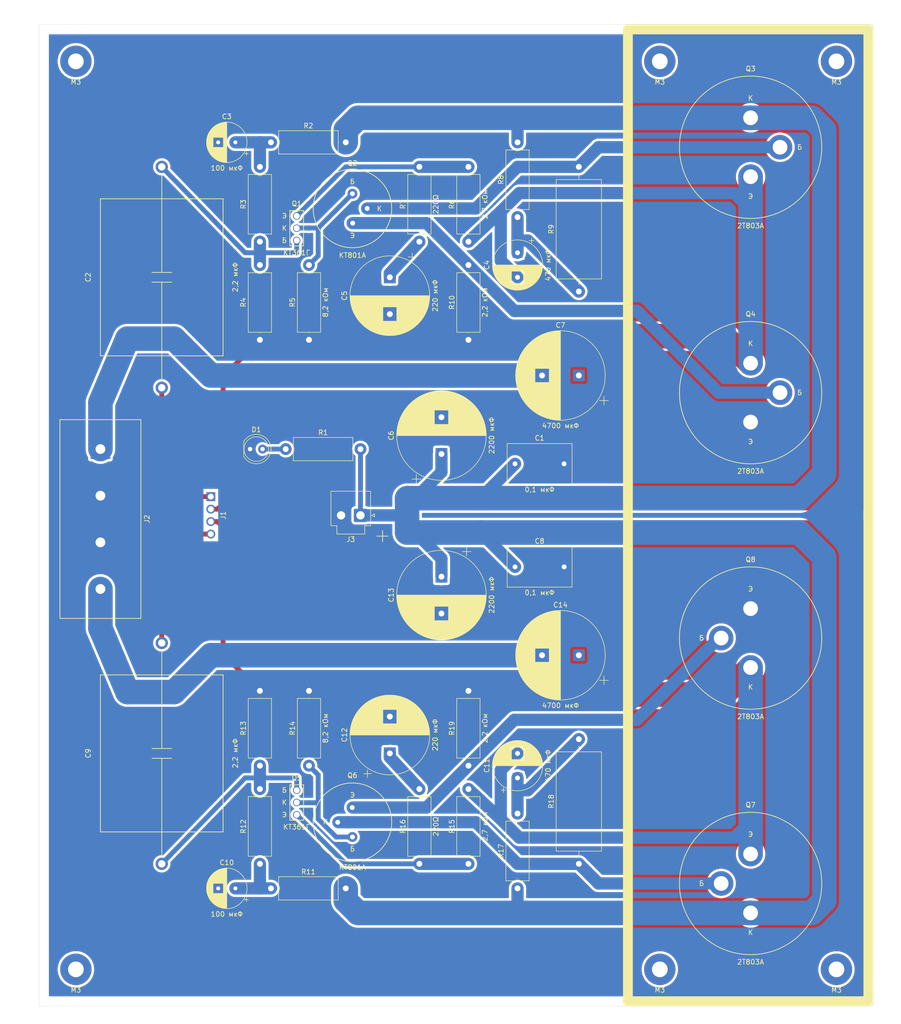
<source format=kicad_pcb>
(kicad_pcb (version 20171130) (host pcbnew "(5.1.2)-2")
  (title_block (title "Усилитель JLH") (date 2019-07-16))
  (layers (0 F.Cu signal) (31 B.Cu signal) (34 B.Paste user) (35 F.Paste user) (36 B.SilkS user) (37 F.SilkS user) (38 B.Mask user) (39 F.Mask user) (44 Edge.Cuts user))
  (net 0 "")
  (net 1 "Net-(Q1-Pad2)")
  (net 2 "Net-(Q2-Pad3)")
  (net 3 "Net-(Q2-Pad2)")
  (net 4 GND)
  (net 5 "Net-(C4-Pad1)")
  (net 6 "Net-(Q1-Pad1)")
  (net 7 "Net-(C3-Pad1)")
  (net 8 "/Левый канал/VCC")
  (net 9 "/Левый канал/IN+")
  (net 10 "Net-(C2-Pad2)")
  (net 11 "Net-(C4-Pad2)")
  (net 12 "Net-(C5-Pad1)")
  (net 13 "/Левый канал/OUT+")
  (net 14 "/Правый канал/IN+")
  (net 15 "/Правый канал/OUT+")
  (net 16 "Net-(C9-Pad2)")
  (net 17 "Net-(C10-Pad1)")
  (net 18 "Net-(C11-Pad1)")
  (net 19 "Net-(C11-Pad2)")
  (net 20 "Net-(C12-Pad1)")
  (net 21 "Net-(D1-Pad2)")
  (net 22 "Net-(Q5-Pad1)")
  (net 23 "Net-(Q5-Pad2)")
  (net 24 "Net-(Q6-Pad2)")
  (net 25 "Net-(Q6-Pad3)")
  (module JLH:KZK_White_Line_L32.0mm_D25.0mm_P45.00mm_Horizontal (layer F.Cu) (at 45 100 90)
    (fp_text reference C2 (at 22.5 -15 90) (layer F.SilkS))
    (fp_text value "2,2 мкФ" (at 22.5 15 90) (layer F.SilkS))
    (pad 1 thru_hole circle (at 0 0 90) (size 2.5 2.5) (drill 1.5) (layers *.Cu *.Mask) (net 9 "/Левый канал/IN+"))
    (pad 2 thru_hole circle (at 45 0 90) (size 2.5 2.5) (drill 1.5) (layers *.Cu *.Mask) (net 10 "Net-(C2-Pad2)"))
  )
  (module Capacitor_THT:CP_Radial_D8.0mm_P3.50mm (layer F.Cu) (at 60 50 180)
    (fp_text reference C3 (at 1.75 5.25 180) (layer F.SilkS))
    (fp_text value "100 мкФ" (at 1.75 -5.25 180) (layer F.SilkS))
    (pad 2 thru_hole circle (at 3.5 0 180) (size 1.6 1.6) (drill 0.8) (layers *.Cu *.Mask) (net 4 GND))
    (pad 1 thru_hole rect (at 0 0 180) (size 1.6 1.6) (drill 0.8) (layers *.Cu *.Mask) (net 7 "Net-(C3-Pad1)"))
  )
  (module Capacitor_THT:CP_Radial_D10.0mm_P5.00mm (layer F.Cu) (at 117.5 72.5 270)
    (fp_text reference C4 (at 2.5 6.25 270) (layer F.SilkS))
    (fp_text value "470 мкФ" (at 2.5 -6.25 270) (layer F.SilkS))
    (pad 2 thru_hole circle (at 5 0 270) (size 2 2) (drill 1) (layers *.Cu *.Mask) (net 11 "Net-(C4-Pad2)"))
    (pad 1 thru_hole rect (at 0 0 270) (size 2 2) (drill 1) (layers *.Cu *.Mask) (net 5 "Net-(C4-Pad1)"))
  )
  (module Capacitor_THT:CP_Radial_D16.0mm_P7.50mm (layer F.Cu) (at 91.48 77.5 270)
    (fp_text reference C5 (at 3.75 9.25 270) (layer F.SilkS))
    (fp_text value "220 мкФ" (at 3.75 -9.25 270) (layer F.SilkS))
    (pad 1 thru_hole rect (at 0 0 270) (size 2.4 2.4) (drill 1.2) (layers *.Cu *.Mask) (net 12 "Net-(C5-Pad1)"))
    (pad 2 thru_hole circle (at 7.5 0 270) (size 2.4 2.4) (drill 1.2) (layers *.Cu *.Mask) (net 4 GND))
  )
  (module JLH:kt-13 (layer F.Cu) (at 72.5 65 270)
    (fp_text reference Q1 (at -2.5 0 180) (layer F.SilkS))
    (fp_text value КТ361Г (at 7.5 0 180) (layer F.SilkS))
    (fp_text user К (at 2.5 2.5 180) (layer F.SilkS))
    (fp_text user Э (at 0 2.5 180) (layer F.SilkS))
    (fp_text user Б (at 5 2.5 180) (layer F.SilkS))
    (pad 1 thru_hole circle (at 0 0 270) (size 1.5 1.5) (drill 1.2) (layers *.Cu *.Mask) (net 6 "Net-(Q1-Pad1)"))
    (pad 2 thru_hole circle (at 2.5 0 270) (size 1.5 1.5) (drill 1.2) (layers *.Cu *.Mask) (net 1 "Net-(Q1-Pad2)"))
    (pad 3 thru_hole circle (at 5 0 270) (size 1.5 1.5) (drill 1.2) (layers *.Cu *.Mask) (net 10 "Net-(C2-Pad2)"))
  )
  (module JLH:kt801 (layer F.Cu) (at 83.86 60.52)
    (fp_text reference Q2 (at 0 -6.25 180) (layer F.SilkS))
    (fp_text value КТ801А (at 0 12.5 180) (layer F.SilkS))
    (fp_text user Э (at 0 8.5) (layer F.SilkS))
    (fp_text user Б (at 0 -2.5) (layer F.SilkS))
    (fp_text user К (at 5.5 3) (layer F.SilkS))
    (pad 1 thru_hole circle (at 0 -0.05) (size 2 2) (drill 1) (layers *.Cu *.Mask) (net 1 "Net-(Q1-Pad2)"))
    (pad 2 thru_hole circle (at 3 2.95) (size 2 2) (drill 1) (layers *.Cu *.Mask) (net 3 "Net-(Q2-Pad2)"))
    (pad 3 thru_hole circle (at 0.05 5.95) (size 2 2) (drill 1) (layers *.Cu *.Mask) (net 2 "Net-(Q2-Pad3)"))
  )
  (module JLH:2t803a (layer F.Cu) (at 165 45)
    (fp_text reference Q3 (at 0 -10 180) (layer F.SilkS))
    (fp_text value 2Т803А (at 0 22 180) (layer F.SilkS))
    (fp_text user Э (at 0 16) (layer F.SilkS))
    (fp_text user К (at 0 -4) (layer F.SilkS))
    (fp_text user Б (at 10 6) (layer F.SilkS))
    (pad 1 thru_hole circle (at 0 0 180) (size 5 5) (drill 3) (layers *.Cu *.Mask) (net 8 "/Левый канал/VCC"))
    (pad 2 thru_hole circle (at 6 6 180) (size 5 5) (drill 3) (layers *.Cu *.Mask) (net 3 "Net-(Q2-Pad2)"))
    (pad 3 thru_hole circle (at 0 12 180) (size 5 5) (drill 3) (layers *.Cu *.Mask) (net 11 "Net-(C4-Pad2)"))
  )
  (module JLH:2t803a (layer F.Cu) (at 165 95)
    (fp_text reference Q4 (at 0 -10 180) (layer F.SilkS))
    (fp_text value 2Т803А (at 0 22 180) (layer F.SilkS))
    (fp_text user Б (at 10 6) (layer F.SilkS))
    (fp_text user К (at 0 -4) (layer F.SilkS))
    (fp_text user Э (at 0 16) (layer F.SilkS))
    (pad 3 thru_hole circle (at 0 12 180) (size 5 5) (drill 3) (layers *.Cu *.Mask) (net 4 GND))
    (pad 2 thru_hole circle (at 6 6 180) (size 5 5) (drill 3) (layers *.Cu *.Mask) (net 2 "Net-(Q2-Pad3)"))
    (pad 1 thru_hole circle (at 0 0 180) (size 5 5) (drill 3) (layers *.Cu *.Mask) (net 11 "Net-(C4-Pad2)"))
  )
  (module Resistor_THT:R_Axial_DIN0414_L11.9mm_D4.5mm_P15.24mm_Horizontal (layer F.Cu) (at 82.5 50 180)
    (fp_text reference R2 (at 7.62 3.37 180) (layer F.SilkS))
    (fp_text value "39 кОм")
    (pad 1 thru_hole circle (at 0 0 180) (size 2.4 2.4) (drill 1.2) (layers *.Cu *.Mask) (net 8 "/Левый канал/VCC"))
    (pad 2 thru_hole oval (at 15.24 0 180) (size 2.4 2.4) (drill 1.2) (layers *.Cu *.Mask) (net 7 "Net-(C3-Pad1)"))
  )
  (module Resistor_THT:R_Axial_DIN0414_L11.9mm_D4.5mm_P15.24mm_Horizontal (layer F.Cu) (at 65 55 270)
    (fp_text reference R3 (at 7.62 3.37 270) (layer F.SilkS))
    (fp_text value "100 кОм")
    (pad 1 thru_hole circle (at 0 0 270) (size 2.4 2.4) (drill 1.2) (layers *.Cu *.Mask) (net 7 "Net-(C3-Pad1)"))
    (pad 2 thru_hole oval (at 15.24 0 270) (size 2.4 2.4) (drill 1.2) (layers *.Cu *.Mask) (net 10 "Net-(C2-Pad2)"))
  )
  (module Resistor_THT:R_Axial_DIN0414_L11.9mm_D4.5mm_P15.24mm_Horizontal (layer F.Cu) (at 65 75 270)
    (fp_text reference R4 (at 7.62 3.37 270) (layer F.SilkS))
    (fp_text value "100 кОм")
    (pad 1 thru_hole circle (at 0 0 270) (size 2.4 2.4) (drill 1.2) (layers *.Cu *.Mask) (net 10 "Net-(C2-Pad2)"))
    (pad 2 thru_hole oval (at 15.24 0 270) (size 2.4 2.4) (drill 1.2) (layers *.Cu *.Mask) (net 4 GND))
  )
  (module Resistor_THT:R_Axial_DIN0414_L11.9mm_D4.5mm_P15.24mm_Horizontal (layer F.Cu) (at 75 75 270)
    (fp_text reference R5 (at 7.62 3.37 270) (layer F.SilkS))
    (fp_text value "8,2 кОм" (at 7.62 -3.37 270) (layer F.SilkS))
    (pad 2 thru_hole oval (at 15.24 0 270) (size 2.4 2.4) (drill 1.2) (layers *.Cu *.Mask) (net 4 GND))
    (pad 1 thru_hole circle (at 0 0 270) (size 2.4 2.4) (drill 1.2) (layers *.Cu *.Mask) (net 1 "Net-(Q1-Pad2)"))
  )
  (module Resistor_THT:R_Axial_DIN0414_L11.9mm_D4.5mm_P15.24mm_Horizontal (layer F.Cu) (at 97.5 55 270)
    (fp_text reference R7 (at 7.62 3.37 270) (layer F.SilkS))
    (fp_text value 220Ω (at 7.62 -3.37 270) (layer F.SilkS))
    (pad 2 thru_hole oval (at 15.24 0 270) (size 2.4 2.4) (drill 1.2) (layers *.Cu *.Mask) (net 12 "Net-(C5-Pad1)"))
    (pad 1 thru_hole circle (at 0 0 270) (size 2.4 2.4) (drill 1.2) (layers *.Cu *.Mask) (net 6 "Net-(Q1-Pad1)"))
  )
  (module Resistor_THT:R_Axial_DIN0414_L11.9mm_D4.5mm_P15.24mm_Horizontal (layer F.Cu) (at 117.5 50 270)
    (fp_text reference R8 (at 7.62 3.37 270) (layer F.SilkS))
    (fp_text value 47Ω)
    (pad 2 thru_hole oval (at 15.24 0 270) (size 2.4 2.4) (drill 1.2) (layers *.Cu *.Mask) (net 5 "Net-(C4-Pad1)"))
    (pad 1 thru_hole circle (at 0 0 270) (size 2.4 2.4) (drill 1.2) (layers *.Cu *.Mask) (net 8 "/Левый канал/VCC"))
  )
  (module Resistor_THT:R_Axial_DIN0414_L11.9mm_D4.5mm_P15.24mm_Horizontal (layer F.Cu) (at 107.5 75 270)
    (fp_text reference R10 (at 7.62 3.37 270) (layer F.SilkS))
    (fp_text value "2,2 кОм" (at 7.62 -3.37 270) (layer F.SilkS))
    (pad 1 thru_hole circle (at 0 0 270) (size 2.4 2.4) (drill 1.2) (layers *.Cu *.Mask) (net 2 "Net-(Q2-Pad3)"))
    (pad 2 thru_hole oval (at 15.24 0 270) (size 2.4 2.4) (drill 1.2) (layers *.Cu *.Mask) (net 4 GND))
  )
  (module Resistor_THT:R_Axial_DIN0414_L11.9mm_D4.5mm_P15.24mm_Horizontal (layer F.Cu) (at 107.5 55 270)
    (fp_text reference R6 (at 7.62 3.37 270) (layer F.SilkS))
    (fp_text value "2,7 кОм" (at 7.62 -3.37 270) (layer F.SilkS))
    (pad 1 thru_hole circle (at 0 0 270) (size 2.4 2.4) (drill 1.2) (layers *.Cu *.Mask) (net 6 "Net-(Q1-Pad1)"))
    (pad 2 thru_hole oval (at 15.24 0 270) (size 2.4 2.4) (drill 1.2) (layers *.Cu *.Mask) (net 11 "Net-(C4-Pad2)"))
  )
  (module Resistor_THT:R_Axial_DIN0922_L20.0mm_D9.0mm_P25.40mm_Horizontal (layer F.Cu) (at 130 55 270)
    (fp_text reference R9 (at 12.7 5.62 270) (layer F.SilkS))
    (fp_text value 180Ω)
    (pad 1 thru_hole circle (at 0 0 270) (size 2.4 2.4) (drill 1.2) (layers *.Cu *.Mask) (net 3 "Net-(Q2-Pad2)"))
    (pad 2 thru_hole oval (at 25.4 0 270) (size 2.4 2.4) (drill 1.2) (layers *.Cu *.Mask) (net 5 "Net-(C4-Pad1)"))
  )
  (module Capacitor_THT:CP_Radial_D18.0mm_P7.50mm (layer F.Cu) (at 130 97.5 180)
    (fp_text reference C7 (at 3.75 10.25 180) (layer F.SilkS))
    (fp_text value "4700 мкФ" (at 3.75 -10.25 180) (layer F.SilkS))
    (pad 1 thru_hole rect (at 0 0 180) (size 2.4 2.4) (drill 1.2) (layers *.Cu *.Mask) (net 11 "Net-(C4-Pad2)"))
    (pad 2 thru_hole circle (at 7.5 0 180) (size 2.4 2.4) (drill 1.2) (layers *.Cu *.Mask) (net 13 "/Левый канал/OUT+"))
  )
  (module JLH:KZK_White_Line_L32.0mm_D25.0mm_P45.00mm_Horizontal (layer F.Cu) (at 45 152 270)
    (fp_text reference C9 (at 22.5 15 270) (layer F.SilkS))
    (fp_text value "2,2 мкФ" (at 22.5 -15 270) (layer F.SilkS))
    (pad 1 thru_hole circle (at 0 0 270) (size 2.5 2.5) (drill 1.5) (layers *.Cu *.Mask) (net 14 "/Правый канал/IN+"))
    (pad 2 thru_hole circle (at 45 0 270) (size 2.5 2.5) (drill 1.5) (layers *.Cu *.Mask) (net 16 "Net-(C9-Pad2)"))
  )
  (module Capacitor_THT:CP_Radial_D8.0mm_P3.50mm (layer F.Cu) (at 60 202 180)
    (fp_text reference C10 (at 1.75 5.25 180) (layer F.SilkS))
    (fp_text value "100 мкФ" (at 1.75 -5.25 180) (layer F.SilkS))
    (pad 1 thru_hole rect (at 0 0 180) (size 1.6 1.6) (drill 0.8) (layers *.Cu *.Mask) (net 17 "Net-(C10-Pad1)"))
    (pad 2 thru_hole circle (at 3.5 0 180) (size 1.6 1.6) (drill 0.8) (layers *.Cu *.Mask) (net 4 GND))
  )
  (module Capacitor_THT:CP_Radial_D10.0mm_P5.00mm (layer F.Cu) (at 117.5 179.5 90)
    (fp_text reference C11 (at 2.5 -6.25 90) (layer F.SilkS))
    (fp_text value "470 мкФ" (at 2.5 6.25 90) (layer F.SilkS))
    (pad 1 thru_hole rect (at 0 0 90) (size 2 2) (drill 1) (layers *.Cu *.Mask) (net 18 "Net-(C11-Pad1)"))
    (pad 2 thru_hole circle (at 5 0 90) (size 2 2) (drill 1) (layers *.Cu *.Mask) (net 19 "Net-(C11-Pad2)"))
  )
  (module Capacitor_THT:CP_Radial_D16.0mm_P7.50mm (layer F.Cu) (at 91.48 174.5 90)
    (fp_text reference C12 (at 3.75 -9.25 90) (layer F.SilkS))
    (fp_text value "220 мкФ" (at 3.75 9.25 90) (layer F.SilkS))
    (pad 1 thru_hole rect (at 0 0 90) (size 2.4 2.4) (drill 1.2) (layers *.Cu *.Mask) (net 20 "Net-(C12-Pad1)"))
    (pad 2 thru_hole circle (at 7.5 0 90) (size 2.4 2.4) (drill 1.2) (layers *.Cu *.Mask) (net 4 GND))
  )
  (module Capacitor_THT:CP_Radial_D18.0mm_P7.50mm (layer F.Cu) (at 130 154.5 180)
    (fp_text reference C14 (at 3.75 10.25 180) (layer F.SilkS))
    (fp_text value "4700 мкФ" (at 3.75 -10.25 180) (layer F.SilkS))
    (pad 2 thru_hole circle (at 7.5 0 180) (size 2.4 2.4) (drill 1.2) (layers *.Cu *.Mask) (net 15 "/Правый канал/OUT+"))
    (pad 1 thru_hole rect (at 0 0 180) (size 2.4 2.4) (drill 1.2) (layers *.Cu *.Mask) (net 19 "Net-(C11-Pad2)"))
  )
  (module LED_THT:LED_D5.0mm (layer F.Cu) (at 63 112.5)
    (fp_text reference D1 (at 1.27 -3.96) (layer F.SilkS))
    (fp_text value LED)
    (pad 1 thru_hole rect (at 0 0) (size 1.8 1.8) (drill 0.9) (layers *.Cu *.Mask) (net 4 GND))
    (pad 2 thru_hole circle (at 2.54 0) (size 1.8 1.8) (drill 0.9) (layers *.Cu *.Mask) (net 21 "Net-(D1-Pad2)"))
  )
  (module JLH:5-103639-3 (layer F.Cu) (at 55 122.19 270)
    (fp_text reference J1 (at 3.81 -2.54 270) (layer F.SilkS))
    (fp_text value Вход)
    (pad 1 thru_hole rect (at 0 0 270) (size 1.8 1.8) (drill 1.2) (layers *.Cu *.Mask) (net 9 "/Левый канал/IN+"))
    (pad 2 thru_hole circle (at 2.54 0 270) (size 1.8 1.8) (drill 1.2) (layers *.Cu *.Mask) (net 4 GND))
    (pad 3 thru_hole circle (at 5.08 0 270) (size 1.8 1.8) (drill 1.2) (layers *.Cu *.Mask) (net 4 GND))
    (pad 4 thru_hole circle (at 7.62 0 270) (size 1.8 1.8) (drill 1.2) (layers *.Cu *.Mask) (net 14 "/Правый канал/IN+"))
  )
  (module JLH:T34-BM11-04 (layer F.Cu) (at 32.5 112.5 270)
    (fp_text reference J2 (at 14.25 -9.5 270) (layer F.SilkS))
    (fp_text value Выход)
    (pad 4 thru_hole circle (at 28.5 0 270) (size 4 4) (drill 2) (layers *.Cu *.Mask) (net 15 "/Правый канал/OUT+"))
    (pad 3 thru_hole circle (at 19 0 270) (size 4 4) (drill 2) (layers *.Cu *.Mask) (net 4 GND))
    (pad 2 thru_hole circle (at 9.5 0 270) (size 4 4) (drill 2) (layers *.Cu *.Mask) (net 4 GND))
    (pad 1 thru_hole rect (at 0 0 270) (size 4 4) (drill 2) (layers *.Cu *.Mask) (net 13 "/Левый канал/OUT+"))
  )
  (module Connector_JST:JST_VH_B2P-VH_1x02_P3.96mm_Vertical (layer F.Cu) (at 85.5 126 180)
    (fp_text reference J3 (at 1.98 -4.9 180) (layer F.SilkS))
    (fp_text value B2P-VH)
    (pad 1 thru_hole roundrect (at 0 0 180) (size 2.7 2.7) (drill 1.7) (layers *.Cu *.Mask) (roundrect_rratio 0.09259299999999999) (net 8 "/Левый канал/VCC"))
    (pad 2 thru_hole circle (at 3.96 0 180) (size 2.7 2.7) (drill 1.7) (layers *.Cu *.Mask) (net 4 GND))
  )
  (module JLH:kt-13 (layer F.Cu) (at 72.5 187 90)
    (fp_text reference Q5 (at 7.5 0) (layer F.SilkS))
    (fp_text value КТ361Г (at -2.5 0) (layer F.SilkS))
    (fp_text user К (at 2.5 -2.5) (layer F.SilkS))
    (fp_text user Э (at 0 -2.5) (layer F.SilkS))
    (fp_text user Б (at 5 -2.5) (layer F.SilkS))
    (pad 1 thru_hole circle (at 0 0 90) (size 1.5 1.5) (drill 1.2) (layers *.Cu *.Mask) (net 22 "Net-(Q5-Pad1)"))
    (pad 2 thru_hole circle (at 2.5 0 90) (size 1.5 1.5) (drill 1.2) (layers *.Cu *.Mask) (net 23 "Net-(Q5-Pad2)"))
    (pad 3 thru_hole circle (at 5 0 90) (size 1.5 1.5) (drill 1.2) (layers *.Cu *.Mask) (net 16 "Net-(C9-Pad2)"))
  )
  (module JLH:kt801 (layer F.Cu) (at 83.86 191.48 180)
    (fp_text reference Q6 (at 0 12.5) (layer F.SilkS))
    (fp_text value КТ801А (at 0 -6.25) (layer F.SilkS))
    (fp_text user Э (at 0 8.5 180) (layer F.SilkS))
    (fp_text user Б (at 0 -2.5 180) (layer F.SilkS))
    (fp_text user К (at 5.5 3 180) (layer F.SilkS))
    (pad 1 thru_hole circle (at 0 -0.05 180) (size 2 2) (drill 1) (layers *.Cu *.Mask) (net 23 "Net-(Q5-Pad2)"))
    (pad 2 thru_hole circle (at 3 2.95 180) (size 2 2) (drill 1) (layers *.Cu *.Mask) (net 24 "Net-(Q6-Pad2)"))
    (pad 3 thru_hole circle (at 0.05 5.95 180) (size 2 2) (drill 1) (layers *.Cu *.Mask) (net 25 "Net-(Q6-Pad3)"))
  )
  (module JLH:2t803a (layer F.Cu) (at 165 207 180)
    (fp_text reference Q7 (at 0 22) (layer F.SilkS))
    (fp_text value 2Т803А (at 0 -10) (layer F.SilkS))
    (fp_text user Э (at 0 16 180) (layer F.SilkS))
    (fp_text user К (at 0 -4 180) (layer F.SilkS))
    (fp_text user Б (at 10 6 180) (layer F.SilkS))
    (pad 1 thru_hole circle (at 0 0) (size 5 5) (drill 3) (layers *.Cu *.Mask) (net 8 "/Левый канал/VCC"))
    (pad 2 thru_hole circle (at 6 6) (size 5 5) (drill 3) (layers *.Cu *.Mask) (net 24 "Net-(Q6-Pad2)"))
    (pad 3 thru_hole circle (at 0 12) (size 5 5) (drill 3) (layers *.Cu *.Mask) (net 19 "Net-(C11-Pad2)"))
  )
  (module JLH:2t803a (layer F.Cu) (at 165 157 180)
    (fp_text reference Q8 (at 0 22) (layer F.SilkS))
    (fp_text value 2Т803А (at 0 -10) (layer F.SilkS))
    (fp_text user Б (at 10 6 180) (layer F.SilkS))
    (fp_text user К (at 0 -4 180) (layer F.SilkS))
    (fp_text user Э (at 0 16 180) (layer F.SilkS))
    (pad 3 thru_hole circle (at 0 12) (size 5 5) (drill 3) (layers *.Cu *.Mask) (net 4 GND))
    (pad 2 thru_hole circle (at 6 6) (size 5 5) (drill 3) (layers *.Cu *.Mask) (net 25 "Net-(Q6-Pad3)"))
    (pad 1 thru_hole circle (at 0 0) (size 5 5) (drill 3) (layers *.Cu *.Mask) (net 19 "Net-(C11-Pad2)"))
  )
  (module Resistor_THT:R_Axial_DIN0414_L11.9mm_D4.5mm_P15.24mm_Horizontal (layer F.Cu) (at 85.5 112.5 180)
    (fp_text reference R1 (at 7.62 3.37 180) (layer F.SilkS))
    (fp_text value "2,2 кОм")
    (pad 2 thru_hole oval (at 15.24 0 180) (size 2.4 2.4) (drill 1.2) (layers *.Cu *.Mask) (net 21 "Net-(D1-Pad2)"))
    (pad 1 thru_hole circle (at 0 0 180) (size 2.4 2.4) (drill 1.2) (layers *.Cu *.Mask) (net 8 "/Левый канал/VCC"))
  )
  (module Resistor_THT:R_Axial_DIN0414_L11.9mm_D4.5mm_P15.24mm_Horizontal (layer F.Cu) (at 82.5 202 180)
    (fp_text reference R11 (at 7.62 3.37 180) (layer F.SilkS))
    (fp_text value "39 кОм")
    (pad 1 thru_hole circle (at 0 0 180) (size 2.4 2.4) (drill 1.2) (layers *.Cu *.Mask) (net 8 "/Левый канал/VCC"))
    (pad 2 thru_hole oval (at 15.24 0 180) (size 2.4 2.4) (drill 1.2) (layers *.Cu *.Mask) (net 17 "Net-(C10-Pad1)"))
  )
  (module Resistor_THT:R_Axial_DIN0414_L11.9mm_D4.5mm_P15.24mm_Horizontal (layer F.Cu) (at 65 197 90)
    (fp_text reference R12 (at 7.62 -3.37 90) (layer F.SilkS))
    (fp_text value "100 кОм")
    (pad 1 thru_hole circle (at 0 0 90) (size 2.4 2.4) (drill 1.2) (layers *.Cu *.Mask) (net 17 "Net-(C10-Pad1)"))
    (pad 2 thru_hole oval (at 15.24 0 90) (size 2.4 2.4) (drill 1.2) (layers *.Cu *.Mask) (net 16 "Net-(C9-Pad2)"))
  )
  (module Resistor_THT:R_Axial_DIN0414_L11.9mm_D4.5mm_P15.24mm_Horizontal (layer F.Cu) (at 65 177 90)
    (fp_text reference R13 (at 7.62 -3.37 90) (layer F.SilkS))
    (fp_text value "100 кОм")
    (pad 2 thru_hole oval (at 15.24 0 90) (size 2.4 2.4) (drill 1.2) (layers *.Cu *.Mask) (net 4 GND))
    (pad 1 thru_hole circle (at 0 0 90) (size 2.4 2.4) (drill 1.2) (layers *.Cu *.Mask) (net 16 "Net-(C9-Pad2)"))
  )
  (module Resistor_THT:R_Axial_DIN0414_L11.9mm_D4.5mm_P15.24mm_Horizontal (layer F.Cu) (at 75 177 90)
    (fp_text reference R14 (at 7.62 -3.37 90) (layer F.SilkS))
    (fp_text value "8,2 кОм" (at 7.62 3.37 90) (layer F.SilkS))
    (pad 2 thru_hole oval (at 15.24 0 90) (size 2.4 2.4) (drill 1.2) (layers *.Cu *.Mask) (net 4 GND))
    (pad 1 thru_hole circle (at 0 0 90) (size 2.4 2.4) (drill 1.2) (layers *.Cu *.Mask) (net 23 "Net-(Q5-Pad2)"))
  )
  (module Resistor_THT:R_Axial_DIN0414_L11.9mm_D4.5mm_P15.24mm_Horizontal (layer F.Cu) (at 107.5 197 90)
    (fp_text reference R15 (at 7.62 -3.37 90) (layer F.SilkS))
    (fp_text value "2,7 кОм" (at 7.62 3.37 90) (layer F.SilkS))
    (pad 1 thru_hole circle (at 0 0 90) (size 2.4 2.4) (drill 1.2) (layers *.Cu *.Mask) (net 22 "Net-(Q5-Pad1)"))
    (pad 2 thru_hole oval (at 15.24 0 90) (size 2.4 2.4) (drill 1.2) (layers *.Cu *.Mask) (net 19 "Net-(C11-Pad2)"))
  )
  (module Resistor_THT:R_Axial_DIN0414_L11.9mm_D4.5mm_P15.24mm_Horizontal (layer F.Cu) (at 97.5 197 90)
    (fp_text reference R16 (at 7.62 -3.37 90) (layer F.SilkS))
    (fp_text value 220Ω (at 7.62 3.37 90) (layer F.SilkS))
    (pad 1 thru_hole circle (at 0 0 90) (size 2.4 2.4) (drill 1.2) (layers *.Cu *.Mask) (net 22 "Net-(Q5-Pad1)"))
    (pad 2 thru_hole oval (at 15.24 0 90) (size 2.4 2.4) (drill 1.2) (layers *.Cu *.Mask) (net 20 "Net-(C12-Pad1)"))
  )
  (module Resistor_THT:R_Axial_DIN0414_L11.9mm_D4.5mm_P15.24mm_Horizontal (layer F.Cu) (at 117.5 202 90)
    (fp_text reference R17 (at 7.62 -3.37 90) (layer F.SilkS))
    (fp_text value 47Ω)
    (pad 2 thru_hole oval (at 15.24 0 90) (size 2.4 2.4) (drill 1.2) (layers *.Cu *.Mask) (net 18 "Net-(C11-Pad1)"))
    (pad 1 thru_hole circle (at 0 0 90) (size 2.4 2.4) (drill 1.2) (layers *.Cu *.Mask) (net 8 "/Левый канал/VCC"))
  )
  (module Resistor_THT:R_Axial_DIN0922_L20.0mm_D9.0mm_P25.40mm_Horizontal (layer F.Cu) (at 130 197 90)
    (fp_text reference R18 (at 12.7 -5.62 90) (layer F.SilkS))
    (fp_text value 180Ω)
    (pad 1 thru_hole circle (at 0 0 90) (size 2.4 2.4) (drill 1.2) (layers *.Cu *.Mask) (net 24 "Net-(Q6-Pad2)"))
    (pad 2 thru_hole oval (at 25.4 0 90) (size 2.4 2.4) (drill 1.2) (layers *.Cu *.Mask) (net 18 "Net-(C11-Pad1)"))
  )
  (module Resistor_THT:R_Axial_DIN0414_L11.9mm_D4.5mm_P15.24mm_Horizontal (layer F.Cu) (at 107.5 177 90)
    (fp_text reference R19 (at 7.62 -3.37 90) (layer F.SilkS))
    (fp_text value "2,2 кОм" (at 7.62 3.37 90) (layer F.SilkS))
    (pad 2 thru_hole oval (at 15.24 0 90) (size 2.4 2.4) (drill 1.2) (layers *.Cu *.Mask) (net 4 GND))
    (pad 1 thru_hole circle (at 0 0 90) (size 2.4 2.4) (drill 1.2) (layers *.Cu *.Mask) (net 25 "Net-(Q6-Pad3)"))
  )
  (module MountingHole:MountingHole_3.2mm_M3_Pad (layer F.Cu) (at 27.5 33.5)
    (fp_text reference H1 hide)
    (fp_text value M3 (at 0 4.2) (layer F.SilkS))
    (pad 1 thru_hole circle (at 0 0) (size 6.4 6.4) (drill 3.2) (layers *.Cu *.Mask))
  )
  (module MountingHole:MountingHole_3.2mm_M3_Pad (layer F.Cu) (at 27.5 218.5)
    (fp_text reference H2 hide)
    (fp_text value M3 (at 0 4.2) (layer F.SilkS))
    (pad 1 thru_hole circle (at 0 0) (size 6.4 6.4) (drill 3.2) (layers *.Cu *.Mask))
  )
  (module MountingHole:MountingHole_3.2mm_M3_Pad (layer F.Cu) (at 146.5 33.5)
    (fp_text reference H3 hide)
    (fp_text value M3 (at 0 4.2) (layer F.SilkS))
    (pad 1 thru_hole circle (at 0 0) (size 6.4 6.4) (drill 3.2) (layers *.Cu *.Mask))
  )
  (module MountingHole:MountingHole_3.2mm_M3_Pad (layer F.Cu) (at 146.5 218.5)
    (fp_text reference H4 hide)
    (fp_text value M3 (at 0 4.2) (layer F.SilkS))
    (pad 1 thru_hole circle (at 0 0) (size 6.4 6.4) (drill 3.2) (layers *.Cu *.Mask))
  )
  (module MountingHole:MountingHole_3.2mm_M3_Pad (layer F.Cu) (at 182.5 33.5)
    (fp_text reference H5 hide)
    (fp_text value M3 (at 0 4.2) (layer F.SilkS))
    (pad 1 thru_hole circle (at 0 0) (size 6.4 6.4) (drill 3.2) (layers *.Cu *.Mask))
  )
  (module MountingHole:MountingHole_3.2mm_M3_Pad (layer F.Cu) (at 182.5 218.5)
    (fp_text reference H6 hide)
    (fp_text value M3 (at 0 4.2) (layer F.SilkS))
    (pad 1 thru_hole circle (at 0 0) (size 6.4 6.4) (drill 3.2) (layers *.Cu *.Mask))
  )
  (module Capacitor_THT:C_Rect_L13.0mm_W8.0mm_P10.00mm_FKS3_FKP3_MKS4 (layer F.Cu) (at 117 115.5)
    (fp_text reference C1 (at 5 -5.25) (layer F.SilkS))
    (fp_text value "0,1 мкФ" (at 5 5.25) (layer F.SilkS))
    (pad 1 thru_hole circle (at 0 0) (size 2 2) (drill 1) (layers *.Cu *.Mask) (net 8 "/Левый канал/VCC"))
    (pad 2 thru_hole circle (at 10 0) (size 2 2) (drill 1) (layers *.Cu *.Mask) (net 4 GND))
  )
  (module Capacitor_THT:CP_Radial_D18.0mm_P7.50mm (layer F.Cu) (at 102 113.5 90)
    (fp_text reference C6 (at 3.75 -10.25 90) (layer F.SilkS))
    (fp_text value "2200 мкФ" (at 3.75 10.25 90) (layer F.SilkS))
    (pad 1 thru_hole rect (at 0 0 90) (size 2.4 2.4) (drill 1.2) (layers *.Cu *.Mask) (net 8 "/Левый канал/VCC"))
    (pad 2 thru_hole circle (at 7.5 0 90) (size 2.4 2.4) (drill 1.2) (layers *.Cu *.Mask) (net 4 GND))
  )
  (module Capacitor_THT:C_Rect_L13.0mm_W8.0mm_P10.00mm_FKS3_FKP3_MKS4 (layer F.Cu) (at 117 136.5)
    (fp_text reference C8 (at 5 -5.25) (layer F.SilkS))
    (fp_text value "0,1 мкФ" (at 5 5.25) (layer F.SilkS))
    (pad 2 thru_hole circle (at 10 0) (size 2 2) (drill 1) (layers *.Cu *.Mask) (net 4 GND))
    (pad 1 thru_hole circle (at 0 0) (size 2 2) (drill 1) (layers *.Cu *.Mask) (net 8 "/Левый канал/VCC"))
  )
  (module Capacitor_THT:CP_Radial_D18.0mm_P7.50mm (layer F.Cu) (at 102 138.5 270)
    (fp_text reference C13 (at 3.75 10.25 90) (layer F.SilkS))
    (fp_text value "2200 мкФ" (at 3.75 -10.25 90) (layer F.SilkS))
    (pad 2 thru_hole circle (at 7.5 0 270) (size 2.4 2.4) (drill 1.2) (layers *.Cu *.Mask) (net 4 GND))
    (pad 1 thru_hole rect (at 0 0 270) (size 2.4 2.4) (drill 1.2) (layers *.Cu *.Mask) (net 8 "/Левый канал/VCC"))
  )
  (gr_line (start 20 226) (end 20 26) (layer Edge.Cuts) (width 0.05))
  (gr_line (start 190 226) (end 20 226) (layer Edge.Cuts) (width 0.05))
  (gr_line (start 190 26) (end 190 226) (layer Edge.Cuts) (width 0.05))
  (gr_line (start 190 26) (end 20 26) (layer Edge.Cuts) (width 0.05))
  (gr_text + (at 90 130) (layer F.SilkS) (effects (font (size 3 3))))
  (gr_line (start 189 225) (end 140 225) (layer F.SilkS) (width 2))
  (gr_line (start 189 27) (end 189 225) (layer F.SilkS) (width 2))
  (gr_line (start 140 27) (end 189 27) (layer F.SilkS) (width 2))
  (gr_line (start 140 27) (end 140 225) (layer F.SilkS) (width 2))
  (segment (start 76.88 67.45) (end 83.86 60.47) (width 1) (layer B.Cu) (net 1))
  (segment (start 75.05 67.45) (end 76.88 67.45) (width 1) (layer B.Cu) (net 1))
  (segment (start 72.55 67.45) (end 72.5 67.5) (width 1) (layer B.Cu) (net 1))
  (segment (start 75 67.5) (end 75.05 67.45) (width 1) (layer B.Cu) (net 1))
  (segment (start 75.05 67.45) (end 72.55 67.45) (width 1) (layer B.Cu) (net 1))
  (segment (start 76.88 73.12) (end 75 75) (width 1) (layer B.Cu) (net 1))
  (segment (start 76.88 67.45) (end 76.88 73.12) (width 1) (layer B.Cu) (net 1))
  (segment (start 98.97 66.47) (end 107.5 75) (width 2.5) (layer B.Cu) (net 2))
  (segment (start 83.91 66.47) (end 98.97 66.47) (width 2.5) (layer B.Cu) (net 2))
  (segment (start 116.850008 84.350008) (end 107.5 75) (width 2.5) (layer B.Cu) (net 2))
  (segment (start 141.850008 84.350008) (end 116.850008 84.350008) (width 2.5) (layer B.Cu) (net 2))
  (segment (start 171 101) (end 158.5 101) (width 2.5) (layer B.Cu) (net 2))
  (segment (start 158.5 101) (end 141.850008 84.350008) (width 2.5) (layer B.Cu) (net 2))
  (segment (start 86.86 63.47) (end 109.03 63.47) (width 2.5) (layer B.Cu) (net 3))
  (segment (start 130 55) (end 117.5 55) (width 2.5) (layer B.Cu) (net 3))
  (segment (start 109.03 63.47) (end 117.5 55) (width 2.5) (layer B.Cu) (net 3))
  (segment (start 134 51) (end 130 55) (width 2.5) (layer B.Cu) (net 3))
  (segment (start 171 51) (end 134 51) (width 2.5) (layer B.Cu) (net 3))
  (segment (start 87.5 90) (end 65 90) (width 5) (layer B.Cu) (net 4))
  (segment (start 165 107) (end 154.5 107) (width 5) (layer B.Cu) (net 4))
  (segment (start 154.5 107) (end 137.5 90) (width 5) (layer B.Cu) (net 4))
  (segment (start 65 85) (end 65 90) (width 2.5) (layer B.Cu) (net 4))
  (segment (start 37.5 57.5) (end 65 85) (width 2.5) (layer B.Cu) (net 4))
  (segment (start 37.5 52.5) (end 37.5 57.5) (width 2.5) (layer B.Cu) (net 4))
  (segment (start 56.5 50) (end 40 50) (width 2.5) (layer B.Cu) (net 4))
  (segment (start 40 50) (end 37.5 52.5) (width 2.5) (layer B.Cu) (net 4))
  (segment (start 125 90) (end 110 90) (width 5) (layer B.Cu) (net 4))
  (segment (start 137.5 90) (end 125 90) (width 5) (layer B.Cu) (net 4))
  (segment (start 87.5 88.98) (end 91.48 85) (width 5) (layer B.Cu) (net 4))
  (segment (start 87.5 90) (end 87.5 88.98) (width 5) (layer B.Cu) (net 4))
  (segment (start 96.48 90) (end 97.5 90) (width 5) (layer B.Cu) (net 4))
  (segment (start 91.48 85) (end 96.48 90) (width 5) (layer B.Cu) (net 4))
  (segment (start 110 90) (end 97.5 90) (width 5) (layer B.Cu) (net 4))
  (segment (start 97.5 90) (end 87.5 90) (width 5) (layer B.Cu) (net 4))
  (segment (start 87.5 162) (end 65 162) (width 5) (layer B.Cu) (net 4))
  (segment (start 165 145) (end 154.5 145) (width 5) (layer B.Cu) (net 4))
  (segment (start 154.5 145) (end 137.5 162) (width 5) (layer B.Cu) (net 4))
  (segment (start 125 162) (end 110 162) (width 5) (layer B.Cu) (net 4))
  (segment (start 91.48 167) (end 96.48 162) (width 5) (layer B.Cu) (net 4))
  (segment (start 87.5 163.02) (end 91.48 167) (width 5) (layer B.Cu) (net 4))
  (segment (start 97.5 162) (end 87.5 162) (width 5) (layer B.Cu) (net 4))
  (segment (start 37.5 199.5) (end 37.5 194.5) (width 2.5) (layer B.Cu) (net 4))
  (segment (start 40 202) (end 37.5 199.5) (width 2.5) (layer B.Cu) (net 4))
  (segment (start 96.48 162) (end 97.5 162) (width 5) (layer B.Cu) (net 4))
  (segment (start 110 162) (end 97.5 162) (width 5) (layer B.Cu) (net 4))
  (segment (start 56.5 202) (end 40 202) (width 2.5) (layer B.Cu) (net 4))
  (segment (start 65 167) (end 65 162) (width 2.5) (layer B.Cu) (net 4))
  (segment (start 37.5 194.5) (end 65 167) (width 2.5) (layer B.Cu) (net 4))
  (segment (start 87.5 162) (end 87.5 163.02) (width 5) (layer B.Cu) (net 4))
  (segment (start 137.5 162) (end 125 162) (width 5) (layer B.Cu) (net 4))
  (segment (start 37.5 57.5) (end 37.5 82.5) (width 2.5) (layer B.Cu) (net 4))
  (segment (start 37.5 195) (end 37.5 170) (width 2.5) (layer B.Cu) (net 4))
  (segment (start 25.08 127.58) (end 25.08 157.42) (width 2.5) (layer B.Cu) (net 4))
  (segment (start 37.5 170) (end 25 157.5) (width 2.5) (layer B.Cu) (net 4))
  (segment (start 25.08 95.08) (end 25 95) (width 2.5) (layer B.Cu) (net 4))
  (segment (start 25.08 127.58) (end 25.08 95.08) (width 2.5) (layer B.Cu) (net 4))
  (segment (start 37.5 82.5) (end 25 95) (width 2.5) (layer B.Cu) (net 4))
  (segment (start 117.5 146) (end 127 136.5) (width 2.5) (layer B.Cu) (net 4))
  (segment (start 102 146) (end 117.5 146) (width 2.5) (layer B.Cu) (net 4))
  (segment (start 117.5 106) (end 102 106) (width 2.5) (layer B.Cu) (net 4))
  (segment (start 127 115.5) (end 117.5 106) (width 2.5) (layer B.Cu) (net 4))
  (segment (start 56.272792 124.73) (end 57.5 123.772792) (width 1) (layer F.Cu) (net 4))
  (segment (start 55 124.73) (end 56.272792 124.73) (width 1) (layer F.Cu) (net 4))
  (segment (start 57.5 97.74) (end 65 90.24) (width 1) (layer F.Cu) (net 4))
  (segment (start 57.5 123.772792) (end 57.5 97.74) (width 1) (layer F.Cu) (net 4))
  (segment (start 56.272792 127.27) (end 57.5 128.227208) (width 1) (layer F.Cu) (net 4))
  (segment (start 55 127.27) (end 56.272792 127.27) (width 1) (layer F.Cu) (net 4))
  (segment (start 57.5 154.26) (end 65 161.76) (width 1) (layer F.Cu) (net 4))
  (segment (start 57.5 128.227208) (end 57.5 154.26) (width 1) (layer F.Cu) (net 4))
  (segment (start 129.8 80.2) (end 130 80.4) (width 2.5) (layer B.Cu) (net 5))
  (segment (start 119.6 70) (end 130 80.4) (width 2.5) (layer B.Cu) (net 5))
  (segment (start 117.5 70) (end 119.6 70) (width 2.5) (layer B.Cu) (net 5))
  (segment (start 117.5 70) (end 117.5 72.5) (width 2.5) (layer B.Cu) (net 5))
  (segment (start 117.5 65.24) (end 117.5 70) (width 2.5) (layer B.Cu) (net 5))
  (segment (start 107.5 55) (end 97.5 55) (width 2.5) (layer B.Cu) (net 6))
  (segment (start 82.5 55) (end 97.5 55) (width 1) (layer B.Cu) (net 6))
  (segment (start 72.5 65) (end 82.5 55) (width 1) (layer B.Cu) (net 6))
  (segment (start 65 55) (end 65 50) (width 2.5) (layer B.Cu) (net 7))
  (segment (start 67.26 50) (end 65 50) (width 2.5) (layer B.Cu) (net 7))
  (segment (start 65 50) (end 60 50) (width 2.5) (layer B.Cu) (net 7))
  (segment (start 117.5 50) (end 117.5 47.5) (width 2.5) (layer B.Cu) (net 8))
  (segment (start 82.5 47.5) (end 85 45) (width 5) (layer B.Cu) (net 8))
  (segment (start 82.5 50) (end 82.5 47.5) (width 5) (layer B.Cu) (net 8))
  (segment (start 117.5 202) (end 117.5 204.5) (width 2.5) (layer B.Cu) (net 8))
  (segment (start 95 122.5) (end 95 129.5) (width 5) (layer B.Cu) (net 8))
  (segment (start 85.5 126) (end 92.5 126) (width 2.5) (layer B.Cu) (net 8))
  (segment (start 85.5 112.5) (end 85.5 126) (width 1) (layer B.Cu) (net 8))
  (segment (start 117 115.5) (end 110 122.5) (width 2.5) (layer B.Cu) (net 8))
  (segment (start 95 122.5) (end 110 122.5) (width 5) (layer B.Cu) (net 8))
  (segment (start 95 129.5) (end 110 129.5) (width 5) (layer B.Cu) (net 8))
  (segment (start 102 117.2) (end 96.7 122.5) (width 2.5) (layer B.Cu) (net 8))
  (segment (start 102 113.5) (end 102 117.2) (width 2.5) (layer B.Cu) (net 8))
  (segment (start 102 134.8) (end 96.7 129.5) (width 2.5) (layer B.Cu) (net 8))
  (segment (start 102 138.5) (end 102 134.8) (width 2.5) (layer B.Cu) (net 8))
  (segment (start 117 136.5) (end 110 129.5) (width 2.5) (layer B.Cu) (net 8))
  (segment (start 165 45) (end 85 45) (width 5) (layer B.Cu) (net 8))
  (segment (start 180 117.5) (end 180 47.5) (width 5) (layer B.Cu) (net 8))
  (segment (start 110 122.5) (end 175 122.5) (width 5) (layer B.Cu) (net 8))
  (segment (start 175 122.5) (end 180 117.5) (width 5) (layer B.Cu) (net 8))
  (segment (start 175 129.5) (end 110 129.5) (width 5) (layer B.Cu) (net 8))
  (segment (start 180 204.5) (end 180 134.5) (width 5) (layer B.Cu) (net 8))
  (segment (start 180 134.5) (end 175 129.5) (width 5) (layer B.Cu) (net 8))
  (segment (start 177.5 45) (end 180 47.5) (width 5) (layer B.Cu) (net 8))
  (segment (start 165 45) (end 177.5 45) (width 5) (layer B.Cu) (net 8))
  (segment (start 85 207) (end 165 207) (width 5) (layer B.Cu) (net 8))
  (segment (start 82.5 202) (end 82.5 204.5) (width 5) (layer B.Cu) (net 8))
  (segment (start 82.5 204.5) (end 85 207) (width 5) (layer B.Cu) (net 8))
  (segment (start 177.5 207) (end 180 204.5) (width 5) (layer B.Cu) (net 8))
  (segment (start 165 207) (end 177.5 207) (width 5) (layer B.Cu) (net 8))
  (segment (start 53.1 122.19) (end 55 122.19) (width 1) (layer F.Cu) (net 9))
  (segment (start 45 114.36) (end 53.1 122.19) (width 1) (layer F.Cu) (net 9))
  (segment (start 45 100) (end 45 114.36) (width 1) (layer F.Cu) (net 9))
  (segment (start 65 72.5) (end 65 75) (width 2.5) (layer B.Cu) (net 10))
  (segment (start 65 70.24) (end 65 72.5) (width 2.5) (layer B.Cu) (net 10))
  (segment (start 65 72.5) (end 72.5 72.5) (width 1) (layer B.Cu) (net 10))
  (segment (start 62.5 72.5) (end 65 72.5) (width 1) (layer B.Cu) (net 10))
  (segment (start 61.99 72.5) (end 62.5 72.5) (width 1) (layer B.Cu) (net 10))
  (segment (start 45 55) (end 61.99 72.5) (width 1) (layer B.Cu) (net 10))
  (segment (start 72.5 70) (end 72.5 72.5) (width 1) (layer B.Cu) (net 10))
  (segment (start 114.09 74.09) (end 117.5 77.5) (width 2.5) (layer B.Cu) (net 11))
  (segment (start 114.09 64.09) (end 114.09 74.09) (width 2.5) (layer B.Cu) (net 11))
  (segment (start 107.5 70.24) (end 114.09 64.09) (width 2.5) (layer B.Cu) (net 11))
  (segment (start 114.09 64.09) (end 117.84 60.34) (width 2.5) (layer B.Cu) (net 11))
  (segment (start 117.84 60.34) (end 161.66 60.34) (width 2.5) (layer B.Cu) (net 11))
  (segment (start 161.66 60.34) (end 163.82 62.5) (width 2.5) (layer B.Cu) (net 11))
  (segment (start 165 57) (end 165 95) (width 5) (layer B.Cu) (net 11))
  (segment (start 138 89.5) (end 130 97.5) (width 5) (layer F.Cu) (net 11))
  (segment (start 165 95) (end 159.5 89.5) (width 5) (layer F.Cu) (net 11))
  (segment (start 159.5 89.5) (end 138 89.5) (width 5) (layer F.Cu) (net 11))
  (segment (start 91.48 76.7) (end 97.5 70.24) (width 2.5) (layer B.Cu) (net 12))
  (segment (start 91.48 77.5) (end 91.48 76.7) (width 2.5) (layer B.Cu) (net 12))
  (segment (start 38 90) (end 32.5 103) (width 5) (layer B.Cu) (net 13))
  (segment (start 47.5 90) (end 38 90) (width 5) (layer B.Cu) (net 13))
  (segment (start 55 97.5) (end 47.5 90) (width 5) (layer B.Cu) (net 13))
  (segment (start 122.5 97.5) (end 55 97.5) (width 5) (layer B.Cu) (net 13))
  (segment (start 32.5 103) (end 32.5 112.5) (width 5) (layer B.Cu) (net 13))
  (segment (start 45 137.64) (end 53.1 129.81) (width 1) (layer F.Cu) (net 14))
  (segment (start 53.1 129.81) (end 55 129.81) (width 1) (layer F.Cu) (net 14))
  (segment (start 45 152) (end 45 137.64) (width 1) (layer F.Cu) (net 14))
  (segment (start 47.5 162) (end 38 162) (width 5) (layer B.Cu) (net 15))
  (segment (start 38 162) (end 32.5 149) (width 5) (layer B.Cu) (net 15))
  (segment (start 55 154.5) (end 47.5 162) (width 5) (layer B.Cu) (net 15))
  (segment (start 122.5 154.5) (end 55 154.5) (width 5) (layer B.Cu) (net 15))
  (segment (start 32.5 149) (end 32.5 141) (width 5) (layer B.Cu) (net 15))
  (segment (start 62.5 179.5) (end 65 179.5) (width 1) (layer B.Cu) (net 16))
  (segment (start 65 179.5) (end 72.5 179.5) (width 1) (layer B.Cu) (net 16))
  (segment (start 65 181.76) (end 65 179.5) (width 2.5) (layer B.Cu) (net 16))
  (segment (start 72.5 182) (end 72.5 179.5) (width 1) (layer B.Cu) (net 16))
  (segment (start 45 197) (end 61.99 179.5) (width 1) (layer B.Cu) (net 16))
  (segment (start 65 179.5) (end 65 177) (width 2.5) (layer B.Cu) (net 16))
  (segment (start 61.99 179.5) (end 62.5 179.5) (width 1) (layer B.Cu) (net 16))
  (segment (start 65 202) (end 60 202) (width 2.5) (layer B.Cu) (net 17))
  (segment (start 67.26 202) (end 65 202) (width 2.5) (layer B.Cu) (net 17))
  (segment (start 65 197) (end 65 202) (width 2.5) (layer B.Cu) (net 17))
  (segment (start 117.5 186.76) (end 117.5 182) (width 2.5) (layer B.Cu) (net 18))
  (segment (start 129.8 171.8) (end 130 171.6) (width 2.5) (layer B.Cu) (net 18))
  (segment (start 117.5 182) (end 117.5 179.5) (width 2.5) (layer B.Cu) (net 18))
  (segment (start 117.5 182) (end 119.6 182) (width 2.5) (layer B.Cu) (net 18))
  (segment (start 119.6 182) (end 130 171.6) (width 2.5) (layer B.Cu) (net 18))
  (segment (start 161.66 191.66) (end 163.82 189.5) (width 2.5) (layer B.Cu) (net 19))
  (segment (start 114.09 187.91) (end 117.84 191.66) (width 2.5) (layer B.Cu) (net 19))
  (segment (start 114.09 177.91) (end 117.5 174.5) (width 2.5) (layer B.Cu) (net 19))
  (segment (start 114.09 187.91) (end 114.09 177.91) (width 2.5) (layer B.Cu) (net 19))
  (segment (start 117.84 191.66) (end 161.66 191.66) (width 2.5) (layer B.Cu) (net 19))
  (segment (start 107.5 181.76) (end 114.09 187.91) (width 2.5) (layer B.Cu) (net 19))
  (segment (start 165 157) (end 165 195) (width 5) (layer B.Cu) (net 19))
  (segment (start 138 162.5) (end 130 154.5) (width 5) (layer F.Cu) (net 19))
  (segment (start 165 157) (end 159.5 162.5) (width 5) (layer F.Cu) (net 19))
  (segment (start 159.5 162.5) (end 138 162.5) (width 5) (layer F.Cu) (net 19))
  (segment (start 91.48 175.3) (end 97.5 181.76) (width 2.5) (layer B.Cu) (net 20))
  (segment (start 91.48 174.5) (end 91.48 175.3) (width 2.5) (layer B.Cu) (net 20))
  (segment (start 70.26 112.5) (end 65.54 112.5) (width 1) (layer B.Cu) (net 21))
  (segment (start 107.5 197) (end 97.5 197) (width 2.5) (layer B.Cu) (net 22))
  (segment (start 72.5 187) (end 82.5 197) (width 1) (layer B.Cu) (net 22))
  (segment (start 82.5 197) (end 97.5 197) (width 1) (layer B.Cu) (net 22))
  (segment (start 75.05 184.55) (end 76.88 184.55) (width 1) (layer B.Cu) (net 23))
  (segment (start 76.88 178.88) (end 75 177) (width 1) (layer B.Cu) (net 23))
  (segment (start 76.88 184.55) (end 76.88 178.88) (width 1) (layer B.Cu) (net 23))
  (segment (start 72.55 184.55) (end 72.5 184.5) (width 1) (layer B.Cu) (net 23))
  (segment (start 80.53 191.53) (end 78.165 189.165) (width 1) (layer B.Cu) (net 23))
  (segment (start 83.86 191.53) (end 80.53 191.53) (width 1) (layer B.Cu) (net 23))
  (segment (start 76.88 187.88) (end 78.165 189.165) (width 1) (layer B.Cu) (net 23))
  (segment (start 76.88 184.55) (end 76.88 187.88) (width 1) (layer B.Cu) (net 23))
  (segment (start 75.05 184.55) (end 72.55 184.55) (width 1) (layer B.Cu) (net 23))
  (segment (start 134 201) (end 130 197) (width 2.5) (layer B.Cu) (net 24))
  (segment (start 159 201) (end 134 201) (width 2.5) (layer B.Cu) (net 24))
  (segment (start 117.5 197) (end 130 197) (width 2.5) (layer B.Cu) (net 24))
  (segment (start 109.03 188.53) (end 117.5 197) (width 2.5) (layer B.Cu) (net 24))
  (segment (start 83.02 188.53) (end 109.03 188.53) (width 2.5) (layer B.Cu) (net 24))
  (segment (start 81 188.53) (end 83 188.53) (width 2.5) (layer B.Cu) (net 24))
  (segment (start 83.91 185.53) (end 98.97 185.53) (width 2.5) (layer B.Cu) (net 25))
  (segment (start 98.97 185.53) (end 107.5 177) (width 2.5) (layer B.Cu) (net 25))
  (segment (start 116.850008 167.649992) (end 107.5 177) (width 2.5) (layer B.Cu) (net 25))
  (segment (start 158.5 151) (end 141.850008 167.649992) (width 2.5) (layer B.Cu) (net 25))
  (segment (start 141.850008 167.649992) (end 116.850008 167.649992) (width 2.5) (layer B.Cu) (net 25))
  (zone (net 4) (net_name GND) (layer B.Cu) (connect_pads yes (clearance 0.508)) (min_thickness 0.254) (fill yes (arc_segments 32) (thermal_gap 0.508) (thermal_bridge_width 0.508))
    (polygon (pts (xy 22 28) (xy 188 28) (xy 188 224) (xy 22 224)))
  )
  (zone (net 0) (net_name "") (layer B.Cu) (connect_pads (clearance 0.508)) (min_thickness 0.254)
    (keepout (tracks not_allowed) (vias not_allowed) (copperpour not_allowed))
    (fill (arc_segments 32) (thermal_gap 0.508) (thermal_bridge_width 0.508))
    (polygon (pts (xy 53.5 120.6) (xy 53.5 131.3) (xy 56.5 131.3) (xy 56.5 120.6)))
  )
  (zone (net 4) (net_name GND) (layer F.Cu) (connect_pads yes (clearance 0.508)) (min_thickness 0.254) (fill yes (arc_segments 32) (thermal_gap 0.508) (thermal_bridge_width 0.508))
    (polygon (pts (xy 141 28) (xy 188 28) (xy 188 125) (xy 141 125)))
  )
  (zone (net 4) (net_name GND) (layer F.Cu) (connect_pads yes (clearance 0.508)) (min_thickness 0.254) (fill yes (arc_segments 32) (thermal_gap 0.508) (thermal_bridge_width 0.508))
    (polygon (pts (xy 141 127) (xy 188 127) (xy 188 224) (xy 141 224)))
  )
)
</source>
